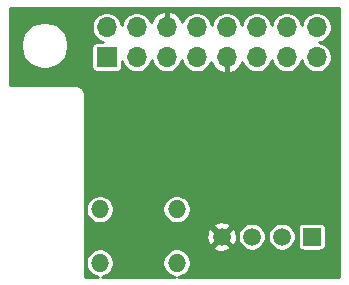
<source format=gbl>
G04 #@! TF.GenerationSoftware,KiCad,Pcbnew,(5.1.5)-3*
G04 #@! TF.CreationDate,2020-07-05T19:40:21-04:00*
G04 #@! TF.ProjectId,RPi HAT,52506920-4841-4542-9e6b-696361645f70,rev?*
G04 #@! TF.SameCoordinates,Original*
G04 #@! TF.FileFunction,Copper,L2,Bot*
G04 #@! TF.FilePolarity,Positive*
%FSLAX46Y46*%
G04 Gerber Fmt 4.6, Leading zero omitted, Abs format (unit mm)*
G04 Created by KiCad (PCBNEW (5.1.5)-3) date 2020-07-05 19:40:21*
%MOMM*%
%LPD*%
G04 APERTURE LIST*
%ADD10C,1.500000*%
%ADD11R,1.500000X1.500000*%
%ADD12R,1.700000X1.700000*%
%ADD13O,1.700000X1.700000*%
%ADD14O,1.524000X1.524000*%
%ADD15C,1.000000*%
%ADD16C,0.254000*%
G04 APERTURE END LIST*
D10*
X127533400Y-105079800D03*
X130073400Y-105079800D03*
X132613400Y-105079800D03*
D11*
X135153400Y-105079800D03*
D12*
X117806800Y-89890600D03*
D13*
X117806800Y-87350600D03*
X120346800Y-89890600D03*
X120346800Y-87350600D03*
X122886800Y-89890600D03*
X122886800Y-87350600D03*
X125426800Y-89890600D03*
X125426800Y-87350600D03*
X127966800Y-89890600D03*
X127966800Y-87350600D03*
X130506800Y-89890600D03*
X130506800Y-87350600D03*
X133046800Y-89890600D03*
X133046800Y-87350600D03*
X135586800Y-89890600D03*
X135586800Y-87350600D03*
D14*
X117221000Y-102768400D03*
X123723400Y-102768400D03*
X117221000Y-107289600D03*
X123723400Y-107289600D03*
D15*
X134848600Y-96113600D03*
X121183400Y-99136200D03*
D16*
G36*
X137487401Y-108480600D02*
G01*
X123871458Y-108480600D01*
X124072552Y-108440600D01*
X124290392Y-108350368D01*
X124486443Y-108219371D01*
X124653171Y-108052643D01*
X124784168Y-107856592D01*
X124874400Y-107638752D01*
X124920400Y-107407494D01*
X124920400Y-107171706D01*
X124874400Y-106940448D01*
X124784168Y-106722608D01*
X124653171Y-106526557D01*
X124486443Y-106359829D01*
X124290392Y-106228832D01*
X124072552Y-106138600D01*
X123841294Y-106092600D01*
X123605506Y-106092600D01*
X123374248Y-106138600D01*
X123156408Y-106228832D01*
X122960357Y-106359829D01*
X122793629Y-106526557D01*
X122662632Y-106722608D01*
X122572400Y-106940448D01*
X122526400Y-107171706D01*
X122526400Y-107407494D01*
X122572400Y-107638752D01*
X122662632Y-107856592D01*
X122793629Y-108052643D01*
X122960357Y-108219371D01*
X123156408Y-108350368D01*
X123374248Y-108440600D01*
X123575342Y-108480600D01*
X117369058Y-108480600D01*
X117570152Y-108440600D01*
X117787992Y-108350368D01*
X117984043Y-108219371D01*
X118150771Y-108052643D01*
X118281768Y-107856592D01*
X118372000Y-107638752D01*
X118418000Y-107407494D01*
X118418000Y-107171706D01*
X118372000Y-106940448D01*
X118281768Y-106722608D01*
X118150771Y-106526557D01*
X117984043Y-106359829D01*
X117787992Y-106228832D01*
X117570152Y-106138600D01*
X117338894Y-106092600D01*
X117103106Y-106092600D01*
X116871848Y-106138600D01*
X116654008Y-106228832D01*
X116457957Y-106359829D01*
X116291229Y-106526557D01*
X116160232Y-106722608D01*
X116070000Y-106940448D01*
X116024000Y-107171706D01*
X116024000Y-107407494D01*
X116070000Y-107638752D01*
X116160232Y-107856592D01*
X116291229Y-108052643D01*
X116457957Y-108219371D01*
X116654008Y-108350368D01*
X116871848Y-108440600D01*
X117072942Y-108480600D01*
X115953800Y-108480600D01*
X115953800Y-105950888D01*
X126771207Y-105950888D01*
X126838086Y-106167818D01*
X127063708Y-106282561D01*
X127307380Y-106351083D01*
X127559738Y-106370750D01*
X127811084Y-106340806D01*
X128051758Y-106262403D01*
X128228714Y-106167818D01*
X128295593Y-105950888D01*
X127533400Y-105188694D01*
X126771207Y-105950888D01*
X115953800Y-105950888D01*
X115953800Y-105106138D01*
X126242450Y-105106138D01*
X126272394Y-105357484D01*
X126350797Y-105598158D01*
X126445382Y-105775114D01*
X126662312Y-105841993D01*
X127424506Y-105079800D01*
X127642294Y-105079800D01*
X128404488Y-105841993D01*
X128621418Y-105775114D01*
X128736161Y-105549492D01*
X128804683Y-105305820D01*
X128824350Y-105053462D01*
X128813584Y-104963088D01*
X128888400Y-104963088D01*
X128888400Y-105196512D01*
X128933939Y-105425452D01*
X129023266Y-105641108D01*
X129152950Y-105835194D01*
X129318006Y-106000250D01*
X129512092Y-106129934D01*
X129727748Y-106219261D01*
X129956688Y-106264800D01*
X130190112Y-106264800D01*
X130419052Y-106219261D01*
X130634708Y-106129934D01*
X130828794Y-106000250D01*
X130993850Y-105835194D01*
X131123534Y-105641108D01*
X131212861Y-105425452D01*
X131258400Y-105196512D01*
X131258400Y-104963088D01*
X131428400Y-104963088D01*
X131428400Y-105196512D01*
X131473939Y-105425452D01*
X131563266Y-105641108D01*
X131692950Y-105835194D01*
X131858006Y-106000250D01*
X132052092Y-106129934D01*
X132267748Y-106219261D01*
X132496688Y-106264800D01*
X132730112Y-106264800D01*
X132959052Y-106219261D01*
X133174708Y-106129934D01*
X133368794Y-106000250D01*
X133533850Y-105835194D01*
X133663534Y-105641108D01*
X133752861Y-105425452D01*
X133798400Y-105196512D01*
X133798400Y-104963088D01*
X133752861Y-104734148D01*
X133663534Y-104518492D01*
X133537455Y-104329800D01*
X133966296Y-104329800D01*
X133966296Y-105829800D01*
X133974695Y-105915075D01*
X133999569Y-105997072D01*
X134039961Y-106072642D01*
X134094321Y-106138879D01*
X134160558Y-106193239D01*
X134236128Y-106233631D01*
X134318125Y-106258505D01*
X134403400Y-106266904D01*
X135903400Y-106266904D01*
X135988675Y-106258505D01*
X136070672Y-106233631D01*
X136146242Y-106193239D01*
X136212479Y-106138879D01*
X136266839Y-106072642D01*
X136307231Y-105997072D01*
X136332105Y-105915075D01*
X136340504Y-105829800D01*
X136340504Y-104329800D01*
X136332105Y-104244525D01*
X136307231Y-104162528D01*
X136266839Y-104086958D01*
X136212479Y-104020721D01*
X136146242Y-103966361D01*
X136070672Y-103925969D01*
X135988675Y-103901095D01*
X135903400Y-103892696D01*
X134403400Y-103892696D01*
X134318125Y-103901095D01*
X134236128Y-103925969D01*
X134160558Y-103966361D01*
X134094321Y-104020721D01*
X134039961Y-104086958D01*
X133999569Y-104162528D01*
X133974695Y-104244525D01*
X133966296Y-104329800D01*
X133537455Y-104329800D01*
X133533850Y-104324406D01*
X133368794Y-104159350D01*
X133174708Y-104029666D01*
X132959052Y-103940339D01*
X132730112Y-103894800D01*
X132496688Y-103894800D01*
X132267748Y-103940339D01*
X132052092Y-104029666D01*
X131858006Y-104159350D01*
X131692950Y-104324406D01*
X131563266Y-104518492D01*
X131473939Y-104734148D01*
X131428400Y-104963088D01*
X131258400Y-104963088D01*
X131212861Y-104734148D01*
X131123534Y-104518492D01*
X130993850Y-104324406D01*
X130828794Y-104159350D01*
X130634708Y-104029666D01*
X130419052Y-103940339D01*
X130190112Y-103894800D01*
X129956688Y-103894800D01*
X129727748Y-103940339D01*
X129512092Y-104029666D01*
X129318006Y-104159350D01*
X129152950Y-104324406D01*
X129023266Y-104518492D01*
X128933939Y-104734148D01*
X128888400Y-104963088D01*
X128813584Y-104963088D01*
X128794406Y-104802116D01*
X128716003Y-104561442D01*
X128621418Y-104384486D01*
X128404488Y-104317607D01*
X127642294Y-105079800D01*
X127424506Y-105079800D01*
X126662312Y-104317607D01*
X126445382Y-104384486D01*
X126330639Y-104610108D01*
X126262117Y-104853780D01*
X126242450Y-105106138D01*
X115953800Y-105106138D01*
X115953800Y-104208712D01*
X126771207Y-104208712D01*
X127533400Y-104970906D01*
X128295593Y-104208712D01*
X128228714Y-103991782D01*
X128003092Y-103877039D01*
X127759420Y-103808517D01*
X127507062Y-103788850D01*
X127255716Y-103818794D01*
X127015042Y-103897197D01*
X126838086Y-103991782D01*
X126771207Y-104208712D01*
X115953800Y-104208712D01*
X115953800Y-102650506D01*
X116024000Y-102650506D01*
X116024000Y-102886294D01*
X116070000Y-103117552D01*
X116160232Y-103335392D01*
X116291229Y-103531443D01*
X116457957Y-103698171D01*
X116654008Y-103829168D01*
X116871848Y-103919400D01*
X117103106Y-103965400D01*
X117338894Y-103965400D01*
X117570152Y-103919400D01*
X117787992Y-103829168D01*
X117984043Y-103698171D01*
X118150771Y-103531443D01*
X118281768Y-103335392D01*
X118372000Y-103117552D01*
X118418000Y-102886294D01*
X118418000Y-102650506D01*
X122526400Y-102650506D01*
X122526400Y-102886294D01*
X122572400Y-103117552D01*
X122662632Y-103335392D01*
X122793629Y-103531443D01*
X122960357Y-103698171D01*
X123156408Y-103829168D01*
X123374248Y-103919400D01*
X123605506Y-103965400D01*
X123841294Y-103965400D01*
X124072552Y-103919400D01*
X124290392Y-103829168D01*
X124486443Y-103698171D01*
X124653171Y-103531443D01*
X124784168Y-103335392D01*
X124874400Y-103117552D01*
X124920400Y-102886294D01*
X124920400Y-102650506D01*
X124874400Y-102419248D01*
X124784168Y-102201408D01*
X124653171Y-102005357D01*
X124486443Y-101838629D01*
X124290392Y-101707632D01*
X124072552Y-101617400D01*
X123841294Y-101571400D01*
X123605506Y-101571400D01*
X123374248Y-101617400D01*
X123156408Y-101707632D01*
X122960357Y-101838629D01*
X122793629Y-102005357D01*
X122662632Y-102201408D01*
X122572400Y-102419248D01*
X122526400Y-102650506D01*
X118418000Y-102650506D01*
X118372000Y-102419248D01*
X118281768Y-102201408D01*
X118150771Y-102005357D01*
X117984043Y-101838629D01*
X117787992Y-101707632D01*
X117570152Y-101617400D01*
X117338894Y-101571400D01*
X117103106Y-101571400D01*
X116871848Y-101617400D01*
X116654008Y-101707632D01*
X116457957Y-101838629D01*
X116291229Y-102005357D01*
X116160232Y-102201408D01*
X116070000Y-102419248D01*
X116024000Y-102650506D01*
X115953800Y-102650506D01*
X115953800Y-93043010D01*
X115951883Y-93023549D01*
X115951898Y-93021428D01*
X115951271Y-93015036D01*
X115947668Y-92980758D01*
X115947143Y-92975424D01*
X115947089Y-92975246D01*
X115944017Y-92946016D01*
X115935640Y-92905208D01*
X115927823Y-92864225D01*
X115925966Y-92858076D01*
X115905444Y-92791777D01*
X115889301Y-92753374D01*
X115873668Y-92714681D01*
X115870652Y-92709010D01*
X115837643Y-92647961D01*
X115814329Y-92613397D01*
X115791500Y-92578512D01*
X115787441Y-92573534D01*
X115743203Y-92520060D01*
X115713605Y-92490669D01*
X115684452Y-92460898D01*
X115679503Y-92456804D01*
X115625721Y-92412940D01*
X115590975Y-92389854D01*
X115556595Y-92366314D01*
X115550945Y-92363258D01*
X115489668Y-92330676D01*
X115451146Y-92314798D01*
X115412799Y-92298363D01*
X115406663Y-92296464D01*
X115340224Y-92276405D01*
X115299346Y-92268311D01*
X115258543Y-92259639D01*
X115252156Y-92258967D01*
X115183086Y-92252195D01*
X115183075Y-92252195D01*
X115160790Y-92250000D01*
X109603800Y-92250000D01*
X109603800Y-88696691D01*
X110524587Y-88696691D01*
X110524587Y-89093149D01*
X110601932Y-89481989D01*
X110753650Y-89848269D01*
X110973911Y-90177911D01*
X111254249Y-90458249D01*
X111583891Y-90678510D01*
X111950171Y-90830228D01*
X112339011Y-90907573D01*
X112735469Y-90907573D01*
X113124309Y-90830228D01*
X113490589Y-90678510D01*
X113820231Y-90458249D01*
X114100569Y-90177911D01*
X114320830Y-89848269D01*
X114472548Y-89481989D01*
X114549893Y-89093149D01*
X114549893Y-89040600D01*
X116519696Y-89040600D01*
X116519696Y-90740600D01*
X116528095Y-90825875D01*
X116552969Y-90907872D01*
X116593361Y-90983442D01*
X116647721Y-91049679D01*
X116713958Y-91104039D01*
X116789528Y-91144431D01*
X116871525Y-91169305D01*
X116956800Y-91177704D01*
X118656800Y-91177704D01*
X118742075Y-91169305D01*
X118824072Y-91144431D01*
X118899642Y-91104039D01*
X118965879Y-91049679D01*
X119020239Y-90983442D01*
X119060631Y-90907872D01*
X119085505Y-90825875D01*
X119093904Y-90740600D01*
X119093904Y-90178562D01*
X119111181Y-90265421D01*
X119208047Y-90499276D01*
X119348675Y-90709740D01*
X119527660Y-90888725D01*
X119738124Y-91029353D01*
X119971979Y-91126219D01*
X120220239Y-91175600D01*
X120473361Y-91175600D01*
X120721621Y-91126219D01*
X120955476Y-91029353D01*
X121165940Y-90888725D01*
X121344925Y-90709740D01*
X121485553Y-90499276D01*
X121582419Y-90265421D01*
X121616800Y-90092573D01*
X121651181Y-90265421D01*
X121748047Y-90499276D01*
X121888675Y-90709740D01*
X122067660Y-90888725D01*
X122278124Y-91029353D01*
X122511979Y-91126219D01*
X122760239Y-91175600D01*
X123013361Y-91175600D01*
X123261621Y-91126219D01*
X123495476Y-91029353D01*
X123705940Y-90888725D01*
X123884925Y-90709740D01*
X124025553Y-90499276D01*
X124122419Y-90265421D01*
X124156800Y-90092573D01*
X124191181Y-90265421D01*
X124288047Y-90499276D01*
X124428675Y-90709740D01*
X124607660Y-90888725D01*
X124818124Y-91029353D01*
X125051979Y-91126219D01*
X125300239Y-91175600D01*
X125553361Y-91175600D01*
X125801621Y-91126219D01*
X126035476Y-91029353D01*
X126245940Y-90888725D01*
X126424925Y-90709740D01*
X126565553Y-90499276D01*
X126649511Y-90296584D01*
X126696063Y-90441472D01*
X126827950Y-90678796D01*
X127003602Y-90885830D01*
X127216269Y-91054618D01*
X127457779Y-91178673D01*
X127674421Y-91244387D01*
X127889800Y-91139479D01*
X127889800Y-89967600D01*
X127869800Y-89967600D01*
X127869800Y-89813600D01*
X127889800Y-89813600D01*
X127889800Y-89793600D01*
X128043800Y-89793600D01*
X128043800Y-89813600D01*
X128063800Y-89813600D01*
X128063800Y-89967600D01*
X128043800Y-89967600D01*
X128043800Y-91139479D01*
X128259179Y-91244387D01*
X128475821Y-91178673D01*
X128717331Y-91054618D01*
X128929998Y-90885830D01*
X129105650Y-90678796D01*
X129237537Y-90441472D01*
X129284089Y-90296584D01*
X129368047Y-90499276D01*
X129508675Y-90709740D01*
X129687660Y-90888725D01*
X129898124Y-91029353D01*
X130131979Y-91126219D01*
X130380239Y-91175600D01*
X130633361Y-91175600D01*
X130881621Y-91126219D01*
X131115476Y-91029353D01*
X131325940Y-90888725D01*
X131504925Y-90709740D01*
X131645553Y-90499276D01*
X131742419Y-90265421D01*
X131776800Y-90092573D01*
X131811181Y-90265421D01*
X131908047Y-90499276D01*
X132048675Y-90709740D01*
X132227660Y-90888725D01*
X132438124Y-91029353D01*
X132671979Y-91126219D01*
X132920239Y-91175600D01*
X133173361Y-91175600D01*
X133421621Y-91126219D01*
X133655476Y-91029353D01*
X133865940Y-90888725D01*
X134044925Y-90709740D01*
X134185553Y-90499276D01*
X134282419Y-90265421D01*
X134316800Y-90092573D01*
X134351181Y-90265421D01*
X134448047Y-90499276D01*
X134588675Y-90709740D01*
X134767660Y-90888725D01*
X134978124Y-91029353D01*
X135211979Y-91126219D01*
X135460239Y-91175600D01*
X135713361Y-91175600D01*
X135961621Y-91126219D01*
X136195476Y-91029353D01*
X136405940Y-90888725D01*
X136584925Y-90709740D01*
X136725553Y-90499276D01*
X136822419Y-90265421D01*
X136871800Y-90017161D01*
X136871800Y-89764039D01*
X136822419Y-89515779D01*
X136725553Y-89281924D01*
X136584925Y-89071460D01*
X136405940Y-88892475D01*
X136195476Y-88751847D01*
X135961621Y-88654981D01*
X135788773Y-88620600D01*
X135961621Y-88586219D01*
X136195476Y-88489353D01*
X136405940Y-88348725D01*
X136584925Y-88169740D01*
X136725553Y-87959276D01*
X136822419Y-87725421D01*
X136871800Y-87477161D01*
X136871800Y-87224039D01*
X136822419Y-86975779D01*
X136725553Y-86741924D01*
X136584925Y-86531460D01*
X136405940Y-86352475D01*
X136195476Y-86211847D01*
X135961621Y-86114981D01*
X135713361Y-86065600D01*
X135460239Y-86065600D01*
X135211979Y-86114981D01*
X134978124Y-86211847D01*
X134767660Y-86352475D01*
X134588675Y-86531460D01*
X134448047Y-86741924D01*
X134351181Y-86975779D01*
X134316800Y-87148627D01*
X134282419Y-86975779D01*
X134185553Y-86741924D01*
X134044925Y-86531460D01*
X133865940Y-86352475D01*
X133655476Y-86211847D01*
X133421621Y-86114981D01*
X133173361Y-86065600D01*
X132920239Y-86065600D01*
X132671979Y-86114981D01*
X132438124Y-86211847D01*
X132227660Y-86352475D01*
X132048675Y-86531460D01*
X131908047Y-86741924D01*
X131811181Y-86975779D01*
X131776800Y-87148627D01*
X131742419Y-86975779D01*
X131645553Y-86741924D01*
X131504925Y-86531460D01*
X131325940Y-86352475D01*
X131115476Y-86211847D01*
X130881621Y-86114981D01*
X130633361Y-86065600D01*
X130380239Y-86065600D01*
X130131979Y-86114981D01*
X129898124Y-86211847D01*
X129687660Y-86352475D01*
X129508675Y-86531460D01*
X129368047Y-86741924D01*
X129271181Y-86975779D01*
X129236800Y-87148627D01*
X129202419Y-86975779D01*
X129105553Y-86741924D01*
X128964925Y-86531460D01*
X128785940Y-86352475D01*
X128575476Y-86211847D01*
X128341621Y-86114981D01*
X128093361Y-86065600D01*
X127840239Y-86065600D01*
X127591979Y-86114981D01*
X127358124Y-86211847D01*
X127147660Y-86352475D01*
X126968675Y-86531460D01*
X126828047Y-86741924D01*
X126731181Y-86975779D01*
X126696800Y-87148627D01*
X126662419Y-86975779D01*
X126565553Y-86741924D01*
X126424925Y-86531460D01*
X126245940Y-86352475D01*
X126035476Y-86211847D01*
X125801621Y-86114981D01*
X125553361Y-86065600D01*
X125300239Y-86065600D01*
X125051979Y-86114981D01*
X124818124Y-86211847D01*
X124607660Y-86352475D01*
X124428675Y-86531460D01*
X124288047Y-86741924D01*
X124204089Y-86944616D01*
X124157537Y-86799728D01*
X124025650Y-86562404D01*
X123849998Y-86355370D01*
X123637331Y-86186582D01*
X123395821Y-86062527D01*
X123179179Y-85996813D01*
X122963800Y-86101721D01*
X122963800Y-87273600D01*
X122983800Y-87273600D01*
X122983800Y-87427600D01*
X122963800Y-87427600D01*
X122963800Y-87447600D01*
X122809800Y-87447600D01*
X122809800Y-87427600D01*
X122789800Y-87427600D01*
X122789800Y-87273600D01*
X122809800Y-87273600D01*
X122809800Y-86101721D01*
X122594421Y-85996813D01*
X122377779Y-86062527D01*
X122136269Y-86186582D01*
X121923602Y-86355370D01*
X121747950Y-86562404D01*
X121616063Y-86799728D01*
X121569511Y-86944616D01*
X121485553Y-86741924D01*
X121344925Y-86531460D01*
X121165940Y-86352475D01*
X120955476Y-86211847D01*
X120721621Y-86114981D01*
X120473361Y-86065600D01*
X120220239Y-86065600D01*
X119971979Y-86114981D01*
X119738124Y-86211847D01*
X119527660Y-86352475D01*
X119348675Y-86531460D01*
X119208047Y-86741924D01*
X119111181Y-86975779D01*
X119076800Y-87148627D01*
X119042419Y-86975779D01*
X118945553Y-86741924D01*
X118804925Y-86531460D01*
X118625940Y-86352475D01*
X118415476Y-86211847D01*
X118181621Y-86114981D01*
X117933361Y-86065600D01*
X117680239Y-86065600D01*
X117431979Y-86114981D01*
X117198124Y-86211847D01*
X116987660Y-86352475D01*
X116808675Y-86531460D01*
X116668047Y-86741924D01*
X116571181Y-86975779D01*
X116521800Y-87224039D01*
X116521800Y-87477161D01*
X116571181Y-87725421D01*
X116668047Y-87959276D01*
X116808675Y-88169740D01*
X116987660Y-88348725D01*
X117198124Y-88489353D01*
X117431979Y-88586219D01*
X117518838Y-88603496D01*
X116956800Y-88603496D01*
X116871525Y-88611895D01*
X116789528Y-88636769D01*
X116713958Y-88677161D01*
X116647721Y-88731521D01*
X116593361Y-88797758D01*
X116552969Y-88873328D01*
X116528095Y-88955325D01*
X116519696Y-89040600D01*
X114549893Y-89040600D01*
X114549893Y-88696691D01*
X114472548Y-88307851D01*
X114320830Y-87941571D01*
X114100569Y-87611929D01*
X113820231Y-87331591D01*
X113490589Y-87111330D01*
X113124309Y-86959612D01*
X112735469Y-86882267D01*
X112339011Y-86882267D01*
X111950171Y-86959612D01*
X111583891Y-87111330D01*
X111254249Y-87331591D01*
X110973911Y-87611929D01*
X110753650Y-87941571D01*
X110601932Y-88307851D01*
X110524587Y-88696691D01*
X109603800Y-88696691D01*
X109603800Y-85702400D01*
X137487400Y-85702400D01*
X137487401Y-108480600D01*
G37*
X137487401Y-108480600D02*
X123871458Y-108480600D01*
X124072552Y-108440600D01*
X124290392Y-108350368D01*
X124486443Y-108219371D01*
X124653171Y-108052643D01*
X124784168Y-107856592D01*
X124874400Y-107638752D01*
X124920400Y-107407494D01*
X124920400Y-107171706D01*
X124874400Y-106940448D01*
X124784168Y-106722608D01*
X124653171Y-106526557D01*
X124486443Y-106359829D01*
X124290392Y-106228832D01*
X124072552Y-106138600D01*
X123841294Y-106092600D01*
X123605506Y-106092600D01*
X123374248Y-106138600D01*
X123156408Y-106228832D01*
X122960357Y-106359829D01*
X122793629Y-106526557D01*
X122662632Y-106722608D01*
X122572400Y-106940448D01*
X122526400Y-107171706D01*
X122526400Y-107407494D01*
X122572400Y-107638752D01*
X122662632Y-107856592D01*
X122793629Y-108052643D01*
X122960357Y-108219371D01*
X123156408Y-108350368D01*
X123374248Y-108440600D01*
X123575342Y-108480600D01*
X117369058Y-108480600D01*
X117570152Y-108440600D01*
X117787992Y-108350368D01*
X117984043Y-108219371D01*
X118150771Y-108052643D01*
X118281768Y-107856592D01*
X118372000Y-107638752D01*
X118418000Y-107407494D01*
X118418000Y-107171706D01*
X118372000Y-106940448D01*
X118281768Y-106722608D01*
X118150771Y-106526557D01*
X117984043Y-106359829D01*
X117787992Y-106228832D01*
X117570152Y-106138600D01*
X117338894Y-106092600D01*
X117103106Y-106092600D01*
X116871848Y-106138600D01*
X116654008Y-106228832D01*
X116457957Y-106359829D01*
X116291229Y-106526557D01*
X116160232Y-106722608D01*
X116070000Y-106940448D01*
X116024000Y-107171706D01*
X116024000Y-107407494D01*
X116070000Y-107638752D01*
X116160232Y-107856592D01*
X116291229Y-108052643D01*
X116457957Y-108219371D01*
X116654008Y-108350368D01*
X116871848Y-108440600D01*
X117072942Y-108480600D01*
X115953800Y-108480600D01*
X115953800Y-105950888D01*
X126771207Y-105950888D01*
X126838086Y-106167818D01*
X127063708Y-106282561D01*
X127307380Y-106351083D01*
X127559738Y-106370750D01*
X127811084Y-106340806D01*
X128051758Y-106262403D01*
X128228714Y-106167818D01*
X128295593Y-105950888D01*
X127533400Y-105188694D01*
X126771207Y-105950888D01*
X115953800Y-105950888D01*
X115953800Y-105106138D01*
X126242450Y-105106138D01*
X126272394Y-105357484D01*
X126350797Y-105598158D01*
X126445382Y-105775114D01*
X126662312Y-105841993D01*
X127424506Y-105079800D01*
X127642294Y-105079800D01*
X128404488Y-105841993D01*
X128621418Y-105775114D01*
X128736161Y-105549492D01*
X128804683Y-105305820D01*
X128824350Y-105053462D01*
X128813584Y-104963088D01*
X128888400Y-104963088D01*
X128888400Y-105196512D01*
X128933939Y-105425452D01*
X129023266Y-105641108D01*
X129152950Y-105835194D01*
X129318006Y-106000250D01*
X129512092Y-106129934D01*
X129727748Y-106219261D01*
X129956688Y-106264800D01*
X130190112Y-106264800D01*
X130419052Y-106219261D01*
X130634708Y-106129934D01*
X130828794Y-106000250D01*
X130993850Y-105835194D01*
X131123534Y-105641108D01*
X131212861Y-105425452D01*
X131258400Y-105196512D01*
X131258400Y-104963088D01*
X131428400Y-104963088D01*
X131428400Y-105196512D01*
X131473939Y-105425452D01*
X131563266Y-105641108D01*
X131692950Y-105835194D01*
X131858006Y-106000250D01*
X132052092Y-106129934D01*
X132267748Y-106219261D01*
X132496688Y-106264800D01*
X132730112Y-106264800D01*
X132959052Y-106219261D01*
X133174708Y-106129934D01*
X133368794Y-106000250D01*
X133533850Y-105835194D01*
X133663534Y-105641108D01*
X133752861Y-105425452D01*
X133798400Y-105196512D01*
X133798400Y-104963088D01*
X133752861Y-104734148D01*
X133663534Y-104518492D01*
X133537455Y-104329800D01*
X133966296Y-104329800D01*
X133966296Y-105829800D01*
X133974695Y-105915075D01*
X133999569Y-105997072D01*
X134039961Y-106072642D01*
X134094321Y-106138879D01*
X134160558Y-106193239D01*
X134236128Y-106233631D01*
X134318125Y-106258505D01*
X134403400Y-106266904D01*
X135903400Y-106266904D01*
X135988675Y-106258505D01*
X136070672Y-106233631D01*
X136146242Y-106193239D01*
X136212479Y-106138879D01*
X136266839Y-106072642D01*
X136307231Y-105997072D01*
X136332105Y-105915075D01*
X136340504Y-105829800D01*
X136340504Y-104329800D01*
X136332105Y-104244525D01*
X136307231Y-104162528D01*
X136266839Y-104086958D01*
X136212479Y-104020721D01*
X136146242Y-103966361D01*
X136070672Y-103925969D01*
X135988675Y-103901095D01*
X135903400Y-103892696D01*
X134403400Y-103892696D01*
X134318125Y-103901095D01*
X134236128Y-103925969D01*
X134160558Y-103966361D01*
X134094321Y-104020721D01*
X134039961Y-104086958D01*
X133999569Y-104162528D01*
X133974695Y-104244525D01*
X133966296Y-104329800D01*
X133537455Y-104329800D01*
X133533850Y-104324406D01*
X133368794Y-104159350D01*
X133174708Y-104029666D01*
X132959052Y-103940339D01*
X132730112Y-103894800D01*
X132496688Y-103894800D01*
X132267748Y-103940339D01*
X132052092Y-104029666D01*
X131858006Y-104159350D01*
X131692950Y-104324406D01*
X131563266Y-104518492D01*
X131473939Y-104734148D01*
X131428400Y-104963088D01*
X131258400Y-104963088D01*
X131212861Y-104734148D01*
X131123534Y-104518492D01*
X130993850Y-104324406D01*
X130828794Y-104159350D01*
X130634708Y-104029666D01*
X130419052Y-103940339D01*
X130190112Y-103894800D01*
X129956688Y-103894800D01*
X129727748Y-103940339D01*
X129512092Y-104029666D01*
X129318006Y-104159350D01*
X129152950Y-104324406D01*
X129023266Y-104518492D01*
X128933939Y-104734148D01*
X128888400Y-104963088D01*
X128813584Y-104963088D01*
X128794406Y-104802116D01*
X128716003Y-104561442D01*
X128621418Y-104384486D01*
X128404488Y-104317607D01*
X127642294Y-105079800D01*
X127424506Y-105079800D01*
X126662312Y-104317607D01*
X126445382Y-104384486D01*
X126330639Y-104610108D01*
X126262117Y-104853780D01*
X126242450Y-105106138D01*
X115953800Y-105106138D01*
X115953800Y-104208712D01*
X126771207Y-104208712D01*
X127533400Y-104970906D01*
X128295593Y-104208712D01*
X128228714Y-103991782D01*
X128003092Y-103877039D01*
X127759420Y-103808517D01*
X127507062Y-103788850D01*
X127255716Y-103818794D01*
X127015042Y-103897197D01*
X126838086Y-103991782D01*
X126771207Y-104208712D01*
X115953800Y-104208712D01*
X115953800Y-102650506D01*
X116024000Y-102650506D01*
X116024000Y-102886294D01*
X116070000Y-103117552D01*
X116160232Y-103335392D01*
X116291229Y-103531443D01*
X116457957Y-103698171D01*
X116654008Y-103829168D01*
X116871848Y-103919400D01*
X117103106Y-103965400D01*
X117338894Y-103965400D01*
X117570152Y-103919400D01*
X117787992Y-103829168D01*
X117984043Y-103698171D01*
X118150771Y-103531443D01*
X118281768Y-103335392D01*
X118372000Y-103117552D01*
X118418000Y-102886294D01*
X118418000Y-102650506D01*
X122526400Y-102650506D01*
X122526400Y-102886294D01*
X122572400Y-103117552D01*
X122662632Y-103335392D01*
X122793629Y-103531443D01*
X122960357Y-103698171D01*
X123156408Y-103829168D01*
X123374248Y-103919400D01*
X123605506Y-103965400D01*
X123841294Y-103965400D01*
X124072552Y-103919400D01*
X124290392Y-103829168D01*
X124486443Y-103698171D01*
X124653171Y-103531443D01*
X124784168Y-103335392D01*
X124874400Y-103117552D01*
X124920400Y-102886294D01*
X124920400Y-102650506D01*
X124874400Y-102419248D01*
X124784168Y-102201408D01*
X124653171Y-102005357D01*
X124486443Y-101838629D01*
X124290392Y-101707632D01*
X124072552Y-101617400D01*
X123841294Y-101571400D01*
X123605506Y-101571400D01*
X123374248Y-101617400D01*
X123156408Y-101707632D01*
X122960357Y-101838629D01*
X122793629Y-102005357D01*
X122662632Y-102201408D01*
X122572400Y-102419248D01*
X122526400Y-102650506D01*
X118418000Y-102650506D01*
X118372000Y-102419248D01*
X118281768Y-102201408D01*
X118150771Y-102005357D01*
X117984043Y-101838629D01*
X117787992Y-101707632D01*
X117570152Y-101617400D01*
X117338894Y-101571400D01*
X117103106Y-101571400D01*
X116871848Y-101617400D01*
X116654008Y-101707632D01*
X116457957Y-101838629D01*
X116291229Y-102005357D01*
X116160232Y-102201408D01*
X116070000Y-102419248D01*
X116024000Y-102650506D01*
X115953800Y-102650506D01*
X115953800Y-93043010D01*
X115951883Y-93023549D01*
X115951898Y-93021428D01*
X115951271Y-93015036D01*
X115947668Y-92980758D01*
X115947143Y-92975424D01*
X115947089Y-92975246D01*
X115944017Y-92946016D01*
X115935640Y-92905208D01*
X115927823Y-92864225D01*
X115925966Y-92858076D01*
X115905444Y-92791777D01*
X115889301Y-92753374D01*
X115873668Y-92714681D01*
X115870652Y-92709010D01*
X115837643Y-92647961D01*
X115814329Y-92613397D01*
X115791500Y-92578512D01*
X115787441Y-92573534D01*
X115743203Y-92520060D01*
X115713605Y-92490669D01*
X115684452Y-92460898D01*
X115679503Y-92456804D01*
X115625721Y-92412940D01*
X115590975Y-92389854D01*
X115556595Y-92366314D01*
X115550945Y-92363258D01*
X115489668Y-92330676D01*
X115451146Y-92314798D01*
X115412799Y-92298363D01*
X115406663Y-92296464D01*
X115340224Y-92276405D01*
X115299346Y-92268311D01*
X115258543Y-92259639D01*
X115252156Y-92258967D01*
X115183086Y-92252195D01*
X115183075Y-92252195D01*
X115160790Y-92250000D01*
X109603800Y-92250000D01*
X109603800Y-88696691D01*
X110524587Y-88696691D01*
X110524587Y-89093149D01*
X110601932Y-89481989D01*
X110753650Y-89848269D01*
X110973911Y-90177911D01*
X111254249Y-90458249D01*
X111583891Y-90678510D01*
X111950171Y-90830228D01*
X112339011Y-90907573D01*
X112735469Y-90907573D01*
X113124309Y-90830228D01*
X113490589Y-90678510D01*
X113820231Y-90458249D01*
X114100569Y-90177911D01*
X114320830Y-89848269D01*
X114472548Y-89481989D01*
X114549893Y-89093149D01*
X114549893Y-89040600D01*
X116519696Y-89040600D01*
X116519696Y-90740600D01*
X116528095Y-90825875D01*
X116552969Y-90907872D01*
X116593361Y-90983442D01*
X116647721Y-91049679D01*
X116713958Y-91104039D01*
X116789528Y-91144431D01*
X116871525Y-91169305D01*
X116956800Y-91177704D01*
X118656800Y-91177704D01*
X118742075Y-91169305D01*
X118824072Y-91144431D01*
X118899642Y-91104039D01*
X118965879Y-91049679D01*
X119020239Y-90983442D01*
X119060631Y-90907872D01*
X119085505Y-90825875D01*
X119093904Y-90740600D01*
X119093904Y-90178562D01*
X119111181Y-90265421D01*
X119208047Y-90499276D01*
X119348675Y-90709740D01*
X119527660Y-90888725D01*
X119738124Y-91029353D01*
X119971979Y-91126219D01*
X120220239Y-91175600D01*
X120473361Y-91175600D01*
X120721621Y-91126219D01*
X120955476Y-91029353D01*
X121165940Y-90888725D01*
X121344925Y-90709740D01*
X121485553Y-90499276D01*
X121582419Y-90265421D01*
X121616800Y-90092573D01*
X121651181Y-90265421D01*
X121748047Y-90499276D01*
X121888675Y-90709740D01*
X122067660Y-90888725D01*
X122278124Y-91029353D01*
X122511979Y-91126219D01*
X122760239Y-91175600D01*
X123013361Y-91175600D01*
X123261621Y-91126219D01*
X123495476Y-91029353D01*
X123705940Y-90888725D01*
X123884925Y-90709740D01*
X124025553Y-90499276D01*
X124122419Y-90265421D01*
X124156800Y-90092573D01*
X124191181Y-90265421D01*
X124288047Y-90499276D01*
X124428675Y-90709740D01*
X124607660Y-90888725D01*
X124818124Y-91029353D01*
X125051979Y-91126219D01*
X125300239Y-91175600D01*
X125553361Y-91175600D01*
X125801621Y-91126219D01*
X126035476Y-91029353D01*
X126245940Y-90888725D01*
X126424925Y-90709740D01*
X126565553Y-90499276D01*
X126649511Y-90296584D01*
X126696063Y-90441472D01*
X126827950Y-90678796D01*
X127003602Y-90885830D01*
X127216269Y-91054618D01*
X127457779Y-91178673D01*
X127674421Y-91244387D01*
X127889800Y-91139479D01*
X127889800Y-89967600D01*
X127869800Y-89967600D01*
X127869800Y-89813600D01*
X127889800Y-89813600D01*
X127889800Y-89793600D01*
X128043800Y-89793600D01*
X128043800Y-89813600D01*
X128063800Y-89813600D01*
X128063800Y-89967600D01*
X128043800Y-89967600D01*
X128043800Y-91139479D01*
X128259179Y-91244387D01*
X128475821Y-91178673D01*
X128717331Y-91054618D01*
X128929998Y-90885830D01*
X129105650Y-90678796D01*
X129237537Y-90441472D01*
X129284089Y-90296584D01*
X129368047Y-90499276D01*
X129508675Y-90709740D01*
X129687660Y-90888725D01*
X129898124Y-91029353D01*
X130131979Y-91126219D01*
X130380239Y-91175600D01*
X130633361Y-91175600D01*
X130881621Y-91126219D01*
X131115476Y-91029353D01*
X131325940Y-90888725D01*
X131504925Y-90709740D01*
X131645553Y-90499276D01*
X131742419Y-90265421D01*
X131776800Y-90092573D01*
X131811181Y-90265421D01*
X131908047Y-90499276D01*
X132048675Y-90709740D01*
X132227660Y-90888725D01*
X132438124Y-91029353D01*
X132671979Y-91126219D01*
X132920239Y-91175600D01*
X133173361Y-91175600D01*
X133421621Y-91126219D01*
X133655476Y-91029353D01*
X133865940Y-90888725D01*
X134044925Y-90709740D01*
X134185553Y-90499276D01*
X134282419Y-90265421D01*
X134316800Y-90092573D01*
X134351181Y-90265421D01*
X134448047Y-90499276D01*
X134588675Y-90709740D01*
X134767660Y-90888725D01*
X134978124Y-91029353D01*
X135211979Y-91126219D01*
X135460239Y-91175600D01*
X135713361Y-91175600D01*
X135961621Y-91126219D01*
X136195476Y-91029353D01*
X136405940Y-90888725D01*
X136584925Y-90709740D01*
X136725553Y-90499276D01*
X136822419Y-90265421D01*
X136871800Y-90017161D01*
X136871800Y-89764039D01*
X136822419Y-89515779D01*
X136725553Y-89281924D01*
X136584925Y-89071460D01*
X136405940Y-88892475D01*
X136195476Y-88751847D01*
X135961621Y-88654981D01*
X135788773Y-88620600D01*
X135961621Y-88586219D01*
X136195476Y-88489353D01*
X136405940Y-88348725D01*
X136584925Y-88169740D01*
X136725553Y-87959276D01*
X136822419Y-87725421D01*
X136871800Y-87477161D01*
X136871800Y-87224039D01*
X136822419Y-86975779D01*
X136725553Y-86741924D01*
X136584925Y-86531460D01*
X136405940Y-86352475D01*
X136195476Y-86211847D01*
X135961621Y-86114981D01*
X135713361Y-86065600D01*
X135460239Y-86065600D01*
X135211979Y-86114981D01*
X134978124Y-86211847D01*
X134767660Y-86352475D01*
X134588675Y-86531460D01*
X134448047Y-86741924D01*
X134351181Y-86975779D01*
X134316800Y-87148627D01*
X134282419Y-86975779D01*
X134185553Y-86741924D01*
X134044925Y-86531460D01*
X133865940Y-86352475D01*
X133655476Y-86211847D01*
X133421621Y-86114981D01*
X133173361Y-86065600D01*
X132920239Y-86065600D01*
X132671979Y-86114981D01*
X132438124Y-86211847D01*
X132227660Y-86352475D01*
X132048675Y-86531460D01*
X131908047Y-86741924D01*
X131811181Y-86975779D01*
X131776800Y-87148627D01*
X131742419Y-86975779D01*
X131645553Y-86741924D01*
X131504925Y-86531460D01*
X131325940Y-86352475D01*
X131115476Y-86211847D01*
X130881621Y-86114981D01*
X130633361Y-86065600D01*
X130380239Y-86065600D01*
X130131979Y-86114981D01*
X129898124Y-86211847D01*
X129687660Y-86352475D01*
X129508675Y-86531460D01*
X129368047Y-86741924D01*
X129271181Y-86975779D01*
X129236800Y-87148627D01*
X129202419Y-86975779D01*
X129105553Y-86741924D01*
X128964925Y-86531460D01*
X128785940Y-86352475D01*
X128575476Y-86211847D01*
X128341621Y-86114981D01*
X128093361Y-86065600D01*
X127840239Y-86065600D01*
X127591979Y-86114981D01*
X127358124Y-86211847D01*
X127147660Y-86352475D01*
X126968675Y-86531460D01*
X126828047Y-86741924D01*
X126731181Y-86975779D01*
X126696800Y-87148627D01*
X126662419Y-86975779D01*
X126565553Y-86741924D01*
X126424925Y-86531460D01*
X126245940Y-86352475D01*
X126035476Y-86211847D01*
X125801621Y-86114981D01*
X125553361Y-86065600D01*
X125300239Y-86065600D01*
X125051979Y-86114981D01*
X124818124Y-86211847D01*
X124607660Y-86352475D01*
X124428675Y-86531460D01*
X124288047Y-86741924D01*
X124204089Y-86944616D01*
X124157537Y-86799728D01*
X124025650Y-86562404D01*
X123849998Y-86355370D01*
X123637331Y-86186582D01*
X123395821Y-86062527D01*
X123179179Y-85996813D01*
X122963800Y-86101721D01*
X122963800Y-87273600D01*
X122983800Y-87273600D01*
X122983800Y-87427600D01*
X122963800Y-87427600D01*
X122963800Y-87447600D01*
X122809800Y-87447600D01*
X122809800Y-87427600D01*
X122789800Y-87427600D01*
X122789800Y-87273600D01*
X122809800Y-87273600D01*
X122809800Y-86101721D01*
X122594421Y-85996813D01*
X122377779Y-86062527D01*
X122136269Y-86186582D01*
X121923602Y-86355370D01*
X121747950Y-86562404D01*
X121616063Y-86799728D01*
X121569511Y-86944616D01*
X121485553Y-86741924D01*
X121344925Y-86531460D01*
X121165940Y-86352475D01*
X120955476Y-86211847D01*
X120721621Y-86114981D01*
X120473361Y-86065600D01*
X120220239Y-86065600D01*
X119971979Y-86114981D01*
X119738124Y-86211847D01*
X119527660Y-86352475D01*
X119348675Y-86531460D01*
X119208047Y-86741924D01*
X119111181Y-86975779D01*
X119076800Y-87148627D01*
X119042419Y-86975779D01*
X118945553Y-86741924D01*
X118804925Y-86531460D01*
X118625940Y-86352475D01*
X118415476Y-86211847D01*
X118181621Y-86114981D01*
X117933361Y-86065600D01*
X117680239Y-86065600D01*
X117431979Y-86114981D01*
X117198124Y-86211847D01*
X116987660Y-86352475D01*
X116808675Y-86531460D01*
X116668047Y-86741924D01*
X116571181Y-86975779D01*
X116521800Y-87224039D01*
X116521800Y-87477161D01*
X116571181Y-87725421D01*
X116668047Y-87959276D01*
X116808675Y-88169740D01*
X116987660Y-88348725D01*
X117198124Y-88489353D01*
X117431979Y-88586219D01*
X117518838Y-88603496D01*
X116956800Y-88603496D01*
X116871525Y-88611895D01*
X116789528Y-88636769D01*
X116713958Y-88677161D01*
X116647721Y-88731521D01*
X116593361Y-88797758D01*
X116552969Y-88873328D01*
X116528095Y-88955325D01*
X116519696Y-89040600D01*
X114549893Y-89040600D01*
X114549893Y-88696691D01*
X114472548Y-88307851D01*
X114320830Y-87941571D01*
X114100569Y-87611929D01*
X113820231Y-87331591D01*
X113490589Y-87111330D01*
X113124309Y-86959612D01*
X112735469Y-86882267D01*
X112339011Y-86882267D01*
X111950171Y-86959612D01*
X111583891Y-87111330D01*
X111254249Y-87331591D01*
X110973911Y-87611929D01*
X110753650Y-87941571D01*
X110601932Y-88307851D01*
X110524587Y-88696691D01*
X109603800Y-88696691D01*
X109603800Y-85702400D01*
X137487400Y-85702400D01*
X137487401Y-108480600D01*
M02*

</source>
